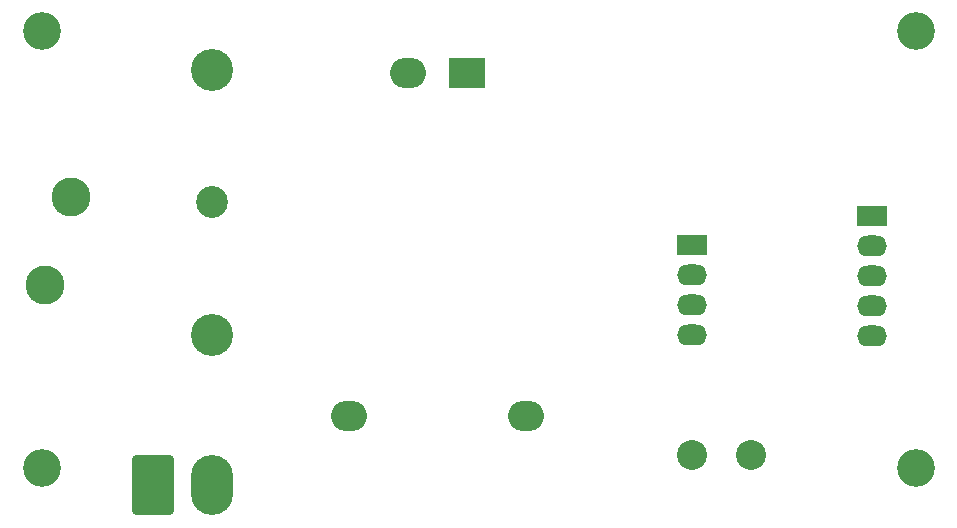
<source format=gbr>
%TF.GenerationSoftware,KiCad,Pcbnew,9.0.1*%
%TF.CreationDate,2025-07-17T11:26:47-03:00*%
%TF.ProjectId,Monitor Atom,4d6f6e69-746f-4722-9041-746f6d2e6b69,rev?*%
%TF.SameCoordinates,Original*%
%TF.FileFunction,Soldermask,Bot*%
%TF.FilePolarity,Negative*%
%FSLAX46Y46*%
G04 Gerber Fmt 4.6, Leading zero omitted, Abs format (unit mm)*
G04 Created by KiCad (PCBNEW 9.0.1) date 2025-07-17 11:26:47*
%MOMM*%
%LPD*%
G01*
G04 APERTURE LIST*
G04 Aperture macros list*
%AMRoundRect*
0 Rectangle with rounded corners*
0 $1 Rounding radius*
0 $2 $3 $4 $5 $6 $7 $8 $9 X,Y pos of 4 corners*
0 Add a 4 corners polygon primitive as box body*
4,1,4,$2,$3,$4,$5,$6,$7,$8,$9,$2,$3,0*
0 Add four circle primitives for the rounded corners*
1,1,$1+$1,$2,$3*
1,1,$1+$1,$4,$5*
1,1,$1+$1,$6,$7*
1,1,$1+$1,$8,$9*
0 Add four rect primitives between the rounded corners*
20,1,$1+$1,$2,$3,$4,$5,0*
20,1,$1+$1,$4,$5,$6,$7,0*
20,1,$1+$1,$6,$7,$8,$9,0*
20,1,$1+$1,$8,$9,$2,$3,0*%
G04 Aperture macros list end*
%ADD10C,3.556000*%
%ADD11C,2.700000*%
%ADD12C,3.302000*%
%ADD13C,3.200000*%
%ADD14R,2.540000X1.778000*%
%ADD15O,2.540000X1.778000*%
%ADD16R,3.048000X2.540000*%
%ADD17O,3.048000X2.540000*%
%ADD18RoundRect,0.341924X-1.436076X-2.198076X1.436076X-2.198076X1.436076X2.198076X-1.436076X2.198076X0*%
%ADD19O,3.556000X5.080000*%
%ADD20C,2.540000*%
G04 APERTURE END LIST*
D10*
%TO.C,F1*%
X121920000Y-89250000D03*
X121920000Y-111750000D03*
D11*
X121920000Y-100500000D03*
%TD*%
D12*
%TO.C,RV1*%
X107800000Y-107500000D03*
X110000000Y-100000000D03*
%TD*%
D13*
%TO.C,REF\u002A\u002A*%
X181500000Y-86000000D03*
%TD*%
%TO.C,REF\u002A\u002A*%
X107500000Y-86000000D03*
%TD*%
%TO.C,REF\u002A\u002A*%
X107500000Y-123000000D03*
%TD*%
%TO.C,REF\u002A\u002A*%
X181500000Y-123000000D03*
%TD*%
D14*
%TO.C,J3*%
X177825000Y-101630000D03*
D15*
X177825000Y-104170000D03*
X177825000Y-106710000D03*
X177825000Y-109250000D03*
X177825000Y-111790000D03*
%TD*%
%TO.C,J2*%
X162560000Y-111760000D03*
X162560000Y-109220000D03*
X162560000Y-106680000D03*
D14*
X162560000Y-104140000D03*
%TD*%
D16*
%TO.C,PS1*%
X143500000Y-89500000D03*
D17*
X138500000Y-89500000D03*
X148500000Y-118580000D03*
X133500000Y-118580000D03*
%TD*%
D18*
%TO.C,J1*%
X116920000Y-124460000D03*
D19*
X121920000Y-124460000D03*
%TD*%
D20*
%TO.C,C1*%
X167560000Y-121920000D03*
X162560000Y-121920000D03*
%TD*%
M02*

</source>
